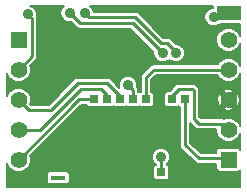
<source format=gtl>
G04 (created by PCBNEW (2013-june-11)-stable) date Sat 02 Aug 2014 12:41:53 PM PDT*
%MOIN*%
G04 Gerber Fmt 3.4, Leading zero omitted, Abs format*
%FSLAX34Y34*%
G01*
G70*
G90*
G04 APERTURE LIST*
%ADD10C,0.00590551*%
%ADD11R,0.0251968X0.0275591*%
%ADD12R,0.0610236X0.0216535*%
%ADD13R,0.0275591X0.0275591*%
%ADD14R,0.0224409X0.0570866*%
%ADD15R,0.0204724X0.0649606*%
%ADD16R,0.0224409X0.0771654*%
%ADD17R,0.0511811X0.0177165*%
%ADD18R,0.0224409X0.0728346*%
%ADD19R,0.0204724X0.0322835*%
%ADD20R,0.0204724X0.0452756*%
%ADD21R,0.0397638X0.0669291*%
%ADD22R,0.0787402X0.0472441*%
%ADD23R,0.055X0.055*%
%ADD24C,0.055*%
%ADD25C,0.035*%
%ADD26C,0.01*%
%ADD27C,0.006*%
G04 APERTURE END LIST*
G54D10*
G54D11*
X108516Y-43479D03*
X108950Y-43479D03*
X109383Y-43479D03*
X109816Y-43479D03*
X110249Y-43479D03*
X110682Y-43479D03*
X111115Y-43479D03*
X111548Y-43479D03*
G54D12*
X111507Y-46147D03*
G54D13*
X110761Y-45920D03*
G54D14*
X106818Y-40635D03*
G54D15*
X106808Y-43361D03*
G54D16*
X106818Y-45987D03*
G54D17*
X107324Y-46100D03*
G54D18*
X112192Y-46009D03*
G54D19*
X112201Y-44716D03*
G54D20*
X112201Y-43846D03*
G54D21*
X111995Y-40684D03*
G54D22*
X113000Y-40600D03*
G54D23*
X106000Y-41500D03*
G54D24*
X106000Y-42500D03*
X106000Y-43500D03*
X106000Y-44500D03*
X106000Y-45500D03*
G54D23*
X113000Y-45500D03*
G54D24*
X113000Y-44500D03*
X113000Y-43500D03*
X113000Y-42500D03*
X113000Y-41500D03*
G54D25*
X109650Y-43000D03*
X112500Y-40750D03*
X110750Y-45400D03*
X108200Y-40600D03*
X111250Y-41950D03*
X107300Y-42950D03*
X112150Y-45050D03*
X110600Y-42950D03*
X107700Y-40600D03*
X106300Y-40650D03*
X110800Y-41950D03*
G54D26*
X109816Y-43479D02*
X109816Y-43166D01*
X109816Y-43166D02*
X109650Y-43000D01*
X112650Y-40600D02*
X113000Y-40600D01*
X112500Y-40750D02*
X112650Y-40600D01*
X108950Y-43479D02*
X108950Y-43350D01*
X106717Y-44500D02*
X106000Y-44500D01*
X108067Y-43150D02*
X106717Y-44500D01*
X108750Y-43150D02*
X108067Y-43150D01*
X108950Y-43350D02*
X108750Y-43150D01*
X110249Y-43479D02*
X110249Y-42750D01*
X110500Y-42500D02*
X113000Y-42500D01*
X110249Y-42750D02*
X110500Y-42500D01*
X109383Y-43479D02*
X109383Y-43383D01*
X106350Y-43850D02*
X106000Y-43500D01*
X107084Y-43850D02*
X106350Y-43850D01*
X107984Y-42949D02*
X107084Y-43850D01*
X108949Y-42949D02*
X107984Y-42949D01*
X109383Y-43383D02*
X108949Y-42949D01*
X111115Y-43479D02*
X111115Y-43384D01*
X112800Y-44300D02*
X113000Y-44500D01*
X112000Y-44300D02*
X112800Y-44300D01*
X111850Y-44150D02*
X112000Y-44300D01*
X111850Y-43200D02*
X111850Y-44150D01*
X111800Y-43150D02*
X111850Y-43200D01*
X111350Y-43150D02*
X111800Y-43150D01*
X111115Y-43384D02*
X111350Y-43150D01*
X111548Y-43479D02*
X111548Y-44998D01*
X112950Y-45450D02*
X113000Y-45500D01*
X112000Y-45450D02*
X112950Y-45450D01*
X111548Y-44998D02*
X112000Y-45450D01*
X108516Y-43479D02*
X108020Y-43479D01*
X108020Y-43479D02*
X106000Y-45500D01*
X110761Y-45920D02*
X110761Y-45411D01*
X110761Y-45411D02*
X110750Y-45400D01*
X111250Y-41950D02*
X111250Y-41900D01*
X108349Y-40749D02*
X108200Y-40600D01*
X109882Y-40749D02*
X108349Y-40749D01*
X110741Y-41608D02*
X109882Y-40749D01*
X110958Y-41608D02*
X110741Y-41608D01*
X111250Y-41900D02*
X110958Y-41608D01*
X107300Y-42950D02*
X107220Y-42950D01*
X107220Y-42950D02*
X106808Y-43361D01*
X112150Y-45050D02*
X112150Y-44768D01*
X112150Y-44768D02*
X112201Y-44716D01*
X110682Y-43479D02*
X110682Y-43032D01*
X110682Y-43032D02*
X110600Y-42950D01*
X108350Y-40950D02*
X109800Y-40950D01*
X108350Y-40950D02*
X108050Y-40950D01*
X108050Y-40950D02*
X107700Y-40600D01*
X106300Y-40650D02*
X106450Y-40800D01*
X106450Y-40800D02*
X106450Y-42050D01*
X106000Y-42500D02*
X106450Y-42050D01*
X109800Y-40950D02*
X110800Y-41950D01*
G54D10*
G36*
X113390Y-42384D02*
X113343Y-42270D01*
X113229Y-42156D01*
X113080Y-42095D01*
X112919Y-42094D01*
X112770Y-42156D01*
X112656Y-42270D01*
X112636Y-42320D01*
X110500Y-42320D01*
X110431Y-42333D01*
X110372Y-42372D01*
X110121Y-42623D01*
X110082Y-42681D01*
X110069Y-42750D01*
X110069Y-43223D01*
X110049Y-43231D01*
X110032Y-43248D01*
X110015Y-43231D01*
X109996Y-43223D01*
X109996Y-43166D01*
X109982Y-43097D01*
X109954Y-43056D01*
X109955Y-42939D01*
X109908Y-42827D01*
X109822Y-42741D01*
X109710Y-42695D01*
X109589Y-42694D01*
X109477Y-42741D01*
X109391Y-42827D01*
X109345Y-42939D01*
X109344Y-43060D01*
X109366Y-43111D01*
X109077Y-42822D01*
X109018Y-42783D01*
X108949Y-42769D01*
X107984Y-42769D01*
X107915Y-42783D01*
X107857Y-42822D01*
X107009Y-43670D01*
X106424Y-43670D01*
X106384Y-43629D01*
X106404Y-43580D01*
X106405Y-43419D01*
X106343Y-43270D01*
X106229Y-43156D01*
X106080Y-43095D01*
X105919Y-43094D01*
X105770Y-43156D01*
X105656Y-43270D01*
X105609Y-43383D01*
X105609Y-42615D01*
X105656Y-42729D01*
X105770Y-42843D01*
X105919Y-42904D01*
X106080Y-42905D01*
X106229Y-42843D01*
X106343Y-42729D01*
X106404Y-42580D01*
X106405Y-42419D01*
X106384Y-42370D01*
X106577Y-42177D01*
X106616Y-42118D01*
X106630Y-42050D01*
X106630Y-40800D01*
X106616Y-40731D01*
X106604Y-40712D01*
X106604Y-40710D01*
X106605Y-40589D01*
X106558Y-40477D01*
X106472Y-40391D01*
X106396Y-40359D01*
X107509Y-40359D01*
X107441Y-40427D01*
X107395Y-40539D01*
X107394Y-40660D01*
X107441Y-40772D01*
X107527Y-40858D01*
X107639Y-40904D01*
X107750Y-40905D01*
X107922Y-41077D01*
X107922Y-41077D01*
X107961Y-41103D01*
X107981Y-41116D01*
X107981Y-41116D01*
X108049Y-41129D01*
X108050Y-41130D01*
X108350Y-41130D01*
X109725Y-41130D01*
X110495Y-41899D01*
X110494Y-42010D01*
X110541Y-42122D01*
X110627Y-42208D01*
X110739Y-42254D01*
X110860Y-42255D01*
X110972Y-42208D01*
X111025Y-42156D01*
X111077Y-42208D01*
X111189Y-42254D01*
X111310Y-42255D01*
X111422Y-42208D01*
X111508Y-42122D01*
X111554Y-42010D01*
X111555Y-41889D01*
X111508Y-41777D01*
X111422Y-41691D01*
X111310Y-41645D01*
X111249Y-41644D01*
X111085Y-41481D01*
X111027Y-41442D01*
X110958Y-41428D01*
X110815Y-41428D01*
X110010Y-40622D01*
X109951Y-40583D01*
X109882Y-40569D01*
X108505Y-40569D01*
X108505Y-40539D01*
X108458Y-40427D01*
X108391Y-40359D01*
X112476Y-40359D01*
X112476Y-40389D01*
X112476Y-40444D01*
X112439Y-40444D01*
X112327Y-40491D01*
X112241Y-40577D01*
X112195Y-40689D01*
X112194Y-40810D01*
X112241Y-40922D01*
X112327Y-41008D01*
X112439Y-41054D01*
X112560Y-41055D01*
X112672Y-41008D01*
X112715Y-40966D01*
X113390Y-40966D01*
X113390Y-41384D01*
X113343Y-41270D01*
X113229Y-41156D01*
X113080Y-41095D01*
X112919Y-41094D01*
X112770Y-41156D01*
X112656Y-41270D01*
X112595Y-41419D01*
X112594Y-41580D01*
X112656Y-41729D01*
X112770Y-41843D01*
X112919Y-41904D01*
X113080Y-41905D01*
X113229Y-41843D01*
X113343Y-41729D01*
X113390Y-41616D01*
X113390Y-42384D01*
X113390Y-42384D01*
G37*
G54D27*
X113390Y-42384D02*
X113343Y-42270D01*
X113229Y-42156D01*
X113080Y-42095D01*
X112919Y-42094D01*
X112770Y-42156D01*
X112656Y-42270D01*
X112636Y-42320D01*
X110500Y-42320D01*
X110431Y-42333D01*
X110372Y-42372D01*
X110121Y-42623D01*
X110082Y-42681D01*
X110069Y-42750D01*
X110069Y-43223D01*
X110049Y-43231D01*
X110032Y-43248D01*
X110015Y-43231D01*
X109996Y-43223D01*
X109996Y-43166D01*
X109982Y-43097D01*
X109954Y-43056D01*
X109955Y-42939D01*
X109908Y-42827D01*
X109822Y-42741D01*
X109710Y-42695D01*
X109589Y-42694D01*
X109477Y-42741D01*
X109391Y-42827D01*
X109345Y-42939D01*
X109344Y-43060D01*
X109366Y-43111D01*
X109077Y-42822D01*
X109018Y-42783D01*
X108949Y-42769D01*
X107984Y-42769D01*
X107915Y-42783D01*
X107857Y-42822D01*
X107009Y-43670D01*
X106424Y-43670D01*
X106384Y-43629D01*
X106404Y-43580D01*
X106405Y-43419D01*
X106343Y-43270D01*
X106229Y-43156D01*
X106080Y-43095D01*
X105919Y-43094D01*
X105770Y-43156D01*
X105656Y-43270D01*
X105609Y-43383D01*
X105609Y-42615D01*
X105656Y-42729D01*
X105770Y-42843D01*
X105919Y-42904D01*
X106080Y-42905D01*
X106229Y-42843D01*
X106343Y-42729D01*
X106404Y-42580D01*
X106405Y-42419D01*
X106384Y-42370D01*
X106577Y-42177D01*
X106616Y-42118D01*
X106630Y-42050D01*
X106630Y-40800D01*
X106616Y-40731D01*
X106604Y-40712D01*
X106604Y-40710D01*
X106605Y-40589D01*
X106558Y-40477D01*
X106472Y-40391D01*
X106396Y-40359D01*
X107509Y-40359D01*
X107441Y-40427D01*
X107395Y-40539D01*
X107394Y-40660D01*
X107441Y-40772D01*
X107527Y-40858D01*
X107639Y-40904D01*
X107750Y-40905D01*
X107922Y-41077D01*
X107922Y-41077D01*
X107961Y-41103D01*
X107981Y-41116D01*
X107981Y-41116D01*
X108049Y-41129D01*
X108050Y-41130D01*
X108350Y-41130D01*
X109725Y-41130D01*
X110495Y-41899D01*
X110494Y-42010D01*
X110541Y-42122D01*
X110627Y-42208D01*
X110739Y-42254D01*
X110860Y-42255D01*
X110972Y-42208D01*
X111025Y-42156D01*
X111077Y-42208D01*
X111189Y-42254D01*
X111310Y-42255D01*
X111422Y-42208D01*
X111508Y-42122D01*
X111554Y-42010D01*
X111555Y-41889D01*
X111508Y-41777D01*
X111422Y-41691D01*
X111310Y-41645D01*
X111249Y-41644D01*
X111085Y-41481D01*
X111027Y-41442D01*
X110958Y-41428D01*
X110815Y-41428D01*
X110010Y-40622D01*
X109951Y-40583D01*
X109882Y-40569D01*
X108505Y-40569D01*
X108505Y-40539D01*
X108458Y-40427D01*
X108391Y-40359D01*
X112476Y-40359D01*
X112476Y-40389D01*
X112476Y-40444D01*
X112439Y-40444D01*
X112327Y-40491D01*
X112241Y-40577D01*
X112195Y-40689D01*
X112194Y-40810D01*
X112241Y-40922D01*
X112327Y-41008D01*
X112439Y-41054D01*
X112560Y-41055D01*
X112672Y-41008D01*
X112715Y-40966D01*
X113390Y-40966D01*
X113390Y-41384D01*
X113343Y-41270D01*
X113229Y-41156D01*
X113080Y-41095D01*
X112919Y-41094D01*
X112770Y-41156D01*
X112656Y-41270D01*
X112595Y-41419D01*
X112594Y-41580D01*
X112656Y-41729D01*
X112770Y-41843D01*
X112919Y-41904D01*
X113080Y-41905D01*
X113229Y-41843D01*
X113343Y-41729D01*
X113390Y-41616D01*
X113390Y-42384D01*
G54D10*
G36*
X113390Y-45163D02*
X113385Y-45151D01*
X113348Y-45114D01*
X113300Y-45095D01*
X113249Y-45094D01*
X112699Y-45094D01*
X112651Y-45114D01*
X112614Y-45151D01*
X112595Y-45199D01*
X112594Y-45250D01*
X112594Y-45270D01*
X112074Y-45270D01*
X111728Y-44923D01*
X111728Y-44282D01*
X111872Y-44427D01*
X111931Y-44466D01*
X112000Y-44480D01*
X112595Y-44480D01*
X112594Y-44580D01*
X112656Y-44729D01*
X112770Y-44843D01*
X112919Y-44904D01*
X113080Y-44905D01*
X113229Y-44843D01*
X113343Y-44729D01*
X113390Y-44616D01*
X113390Y-45163D01*
X113390Y-45163D01*
G37*
G54D27*
X113390Y-45163D02*
X113385Y-45151D01*
X113348Y-45114D01*
X113300Y-45095D01*
X113249Y-45094D01*
X112699Y-45094D01*
X112651Y-45114D01*
X112614Y-45151D01*
X112595Y-45199D01*
X112594Y-45250D01*
X112594Y-45270D01*
X112074Y-45270D01*
X111728Y-44923D01*
X111728Y-44282D01*
X111872Y-44427D01*
X111931Y-44466D01*
X112000Y-44480D01*
X112595Y-44480D01*
X112594Y-44580D01*
X112656Y-44729D01*
X112770Y-44843D01*
X112919Y-44904D01*
X113080Y-44905D01*
X113229Y-44843D01*
X113343Y-44729D01*
X113390Y-44616D01*
X113390Y-45163D01*
G54D10*
G36*
X113390Y-46390D02*
X111055Y-46390D01*
X111055Y-45339D01*
X111008Y-45227D01*
X110922Y-45141D01*
X110810Y-45095D01*
X110689Y-45094D01*
X110577Y-45141D01*
X110491Y-45227D01*
X110445Y-45339D01*
X110444Y-45460D01*
X110491Y-45572D01*
X110577Y-45658D01*
X110580Y-45659D01*
X110549Y-45672D01*
X110513Y-45709D01*
X110493Y-45757D01*
X110493Y-45808D01*
X110493Y-46084D01*
X110512Y-46132D01*
X110549Y-46168D01*
X110597Y-46188D01*
X110648Y-46188D01*
X110924Y-46188D01*
X110972Y-46168D01*
X111008Y-46132D01*
X111028Y-46084D01*
X111028Y-46032D01*
X111028Y-45757D01*
X111009Y-45709D01*
X110972Y-45672D01*
X110941Y-45659D01*
X110941Y-45640D01*
X111008Y-45572D01*
X111054Y-45460D01*
X111055Y-45339D01*
X111055Y-46390D01*
X107709Y-46390D01*
X107709Y-46162D01*
X107709Y-45985D01*
X107690Y-45937D01*
X107653Y-45901D01*
X107605Y-45881D01*
X107554Y-45881D01*
X107042Y-45881D01*
X106994Y-45901D01*
X106957Y-45937D01*
X106938Y-45985D01*
X106938Y-46037D01*
X106938Y-46214D01*
X106957Y-46262D01*
X106994Y-46298D01*
X107042Y-46318D01*
X107093Y-46318D01*
X107605Y-46318D01*
X107653Y-46298D01*
X107690Y-46262D01*
X107709Y-46214D01*
X107709Y-46162D01*
X107709Y-46390D01*
X105609Y-46390D01*
X105609Y-45615D01*
X105656Y-45729D01*
X105770Y-45843D01*
X105919Y-45904D01*
X106080Y-45905D01*
X106229Y-45843D01*
X106343Y-45729D01*
X106404Y-45580D01*
X106405Y-45419D01*
X106384Y-45370D01*
X108094Y-43659D01*
X108267Y-43659D01*
X108280Y-43691D01*
X108317Y-43727D01*
X108364Y-43747D01*
X108416Y-43747D01*
X108668Y-43747D01*
X108716Y-43727D01*
X108733Y-43711D01*
X108750Y-43727D01*
X108798Y-43747D01*
X108849Y-43747D01*
X109101Y-43747D01*
X109149Y-43727D01*
X109166Y-43711D01*
X109183Y-43727D01*
X109231Y-43747D01*
X109282Y-43747D01*
X109534Y-43747D01*
X109582Y-43727D01*
X109599Y-43711D01*
X109616Y-43727D01*
X109664Y-43747D01*
X109715Y-43747D01*
X109967Y-43747D01*
X110015Y-43727D01*
X110032Y-43711D01*
X110049Y-43727D01*
X110097Y-43747D01*
X110148Y-43747D01*
X110400Y-43747D01*
X110448Y-43727D01*
X110485Y-43691D01*
X110505Y-43643D01*
X110505Y-43591D01*
X110505Y-43316D01*
X110485Y-43268D01*
X110448Y-43231D01*
X110429Y-43223D01*
X110429Y-42825D01*
X110574Y-42680D01*
X112636Y-42680D01*
X112656Y-42729D01*
X112770Y-42843D01*
X112919Y-42904D01*
X113080Y-42905D01*
X113229Y-42843D01*
X113343Y-42729D01*
X113390Y-42616D01*
X113390Y-44384D01*
X113371Y-44339D01*
X113371Y-43517D01*
X113350Y-43373D01*
X113336Y-43341D01*
X113291Y-43307D01*
X113192Y-43406D01*
X113192Y-43208D01*
X113158Y-43163D01*
X113017Y-43128D01*
X112873Y-43149D01*
X112841Y-43163D01*
X112807Y-43208D01*
X113000Y-43401D01*
X113192Y-43208D01*
X113192Y-43406D01*
X113098Y-43500D01*
X113291Y-43692D01*
X113336Y-43658D01*
X113371Y-43517D01*
X113371Y-44339D01*
X113343Y-44270D01*
X113229Y-44156D01*
X113192Y-44141D01*
X113192Y-43791D01*
X113000Y-43598D01*
X112901Y-43697D01*
X112901Y-43500D01*
X112708Y-43307D01*
X112663Y-43341D01*
X112628Y-43482D01*
X112649Y-43626D01*
X112663Y-43658D01*
X112708Y-43692D01*
X112901Y-43500D01*
X112901Y-43697D01*
X112807Y-43791D01*
X112841Y-43836D01*
X112982Y-43871D01*
X113126Y-43850D01*
X113158Y-43836D01*
X113192Y-43791D01*
X113192Y-44141D01*
X113080Y-44095D01*
X112919Y-44094D01*
X112839Y-44127D01*
X112800Y-44120D01*
X112074Y-44120D01*
X112030Y-44075D01*
X112030Y-43200D01*
X112016Y-43131D01*
X111977Y-43072D01*
X111927Y-43022D01*
X111868Y-42983D01*
X111800Y-42970D01*
X111350Y-42970D01*
X111281Y-42983D01*
X111222Y-43022D01*
X111033Y-43212D01*
X110963Y-43212D01*
X110915Y-43231D01*
X110879Y-43268D01*
X110859Y-43316D01*
X110859Y-43367D01*
X110859Y-43643D01*
X110879Y-43691D01*
X110915Y-43727D01*
X110963Y-43747D01*
X111015Y-43747D01*
X111267Y-43747D01*
X111314Y-43727D01*
X111331Y-43711D01*
X111348Y-43727D01*
X111368Y-43736D01*
X111368Y-44998D01*
X111382Y-45067D01*
X111421Y-45125D01*
X111872Y-45577D01*
X111872Y-45577D01*
X111911Y-45603D01*
X111931Y-45616D01*
X111931Y-45616D01*
X111999Y-45629D01*
X112000Y-45630D01*
X112594Y-45630D01*
X112594Y-45800D01*
X112614Y-45848D01*
X112651Y-45885D01*
X112699Y-45904D01*
X112750Y-45905D01*
X113300Y-45905D01*
X113348Y-45885D01*
X113385Y-45848D01*
X113390Y-45836D01*
X113390Y-46390D01*
X113390Y-46390D01*
G37*
G54D27*
X113390Y-46390D02*
X111055Y-46390D01*
X111055Y-45339D01*
X111008Y-45227D01*
X110922Y-45141D01*
X110810Y-45095D01*
X110689Y-45094D01*
X110577Y-45141D01*
X110491Y-45227D01*
X110445Y-45339D01*
X110444Y-45460D01*
X110491Y-45572D01*
X110577Y-45658D01*
X110580Y-45659D01*
X110549Y-45672D01*
X110513Y-45709D01*
X110493Y-45757D01*
X110493Y-45808D01*
X110493Y-46084D01*
X110512Y-46132D01*
X110549Y-46168D01*
X110597Y-46188D01*
X110648Y-46188D01*
X110924Y-46188D01*
X110972Y-46168D01*
X111008Y-46132D01*
X111028Y-46084D01*
X111028Y-46032D01*
X111028Y-45757D01*
X111009Y-45709D01*
X110972Y-45672D01*
X110941Y-45659D01*
X110941Y-45640D01*
X111008Y-45572D01*
X111054Y-45460D01*
X111055Y-45339D01*
X111055Y-46390D01*
X107709Y-46390D01*
X107709Y-46162D01*
X107709Y-45985D01*
X107690Y-45937D01*
X107653Y-45901D01*
X107605Y-45881D01*
X107554Y-45881D01*
X107042Y-45881D01*
X106994Y-45901D01*
X106957Y-45937D01*
X106938Y-45985D01*
X106938Y-46037D01*
X106938Y-46214D01*
X106957Y-46262D01*
X106994Y-46298D01*
X107042Y-46318D01*
X107093Y-46318D01*
X107605Y-46318D01*
X107653Y-46298D01*
X107690Y-46262D01*
X107709Y-46214D01*
X107709Y-46162D01*
X107709Y-46390D01*
X105609Y-46390D01*
X105609Y-45615D01*
X105656Y-45729D01*
X105770Y-45843D01*
X105919Y-45904D01*
X106080Y-45905D01*
X106229Y-45843D01*
X106343Y-45729D01*
X106404Y-45580D01*
X106405Y-45419D01*
X106384Y-45370D01*
X108094Y-43659D01*
X108267Y-43659D01*
X108280Y-43691D01*
X108317Y-43727D01*
X108364Y-43747D01*
X108416Y-43747D01*
X108668Y-43747D01*
X108716Y-43727D01*
X108733Y-43711D01*
X108750Y-43727D01*
X108798Y-43747D01*
X108849Y-43747D01*
X109101Y-43747D01*
X109149Y-43727D01*
X109166Y-43711D01*
X109183Y-43727D01*
X109231Y-43747D01*
X109282Y-43747D01*
X109534Y-43747D01*
X109582Y-43727D01*
X109599Y-43711D01*
X109616Y-43727D01*
X109664Y-43747D01*
X109715Y-43747D01*
X109967Y-43747D01*
X110015Y-43727D01*
X110032Y-43711D01*
X110049Y-43727D01*
X110097Y-43747D01*
X110148Y-43747D01*
X110400Y-43747D01*
X110448Y-43727D01*
X110485Y-43691D01*
X110505Y-43643D01*
X110505Y-43591D01*
X110505Y-43316D01*
X110485Y-43268D01*
X110448Y-43231D01*
X110429Y-43223D01*
X110429Y-42825D01*
X110574Y-42680D01*
X112636Y-42680D01*
X112656Y-42729D01*
X112770Y-42843D01*
X112919Y-42904D01*
X113080Y-42905D01*
X113229Y-42843D01*
X113343Y-42729D01*
X113390Y-42616D01*
X113390Y-44384D01*
X113371Y-44339D01*
X113371Y-43517D01*
X113350Y-43373D01*
X113336Y-43341D01*
X113291Y-43307D01*
X113192Y-43406D01*
X113192Y-43208D01*
X113158Y-43163D01*
X113017Y-43128D01*
X112873Y-43149D01*
X112841Y-43163D01*
X112807Y-43208D01*
X113000Y-43401D01*
X113192Y-43208D01*
X113192Y-43406D01*
X113098Y-43500D01*
X113291Y-43692D01*
X113336Y-43658D01*
X113371Y-43517D01*
X113371Y-44339D01*
X113343Y-44270D01*
X113229Y-44156D01*
X113192Y-44141D01*
X113192Y-43791D01*
X113000Y-43598D01*
X112901Y-43697D01*
X112901Y-43500D01*
X112708Y-43307D01*
X112663Y-43341D01*
X112628Y-43482D01*
X112649Y-43626D01*
X112663Y-43658D01*
X112708Y-43692D01*
X112901Y-43500D01*
X112901Y-43697D01*
X112807Y-43791D01*
X112841Y-43836D01*
X112982Y-43871D01*
X113126Y-43850D01*
X113158Y-43836D01*
X113192Y-43791D01*
X113192Y-44141D01*
X113080Y-44095D01*
X112919Y-44094D01*
X112839Y-44127D01*
X112800Y-44120D01*
X112074Y-44120D01*
X112030Y-44075D01*
X112030Y-43200D01*
X112016Y-43131D01*
X111977Y-43072D01*
X111927Y-43022D01*
X111868Y-42983D01*
X111800Y-42970D01*
X111350Y-42970D01*
X111281Y-42983D01*
X111222Y-43022D01*
X111033Y-43212D01*
X110963Y-43212D01*
X110915Y-43231D01*
X110879Y-43268D01*
X110859Y-43316D01*
X110859Y-43367D01*
X110859Y-43643D01*
X110879Y-43691D01*
X110915Y-43727D01*
X110963Y-43747D01*
X111015Y-43747D01*
X111267Y-43747D01*
X111314Y-43727D01*
X111331Y-43711D01*
X111348Y-43727D01*
X111368Y-43736D01*
X111368Y-44998D01*
X111382Y-45067D01*
X111421Y-45125D01*
X111872Y-45577D01*
X111872Y-45577D01*
X111911Y-45603D01*
X111931Y-45616D01*
X111931Y-45616D01*
X111999Y-45629D01*
X112000Y-45630D01*
X112594Y-45630D01*
X112594Y-45800D01*
X112614Y-45848D01*
X112651Y-45885D01*
X112699Y-45904D01*
X112750Y-45905D01*
X113300Y-45905D01*
X113348Y-45885D01*
X113385Y-45848D01*
X113390Y-45836D01*
X113390Y-46390D01*
M02*

</source>
